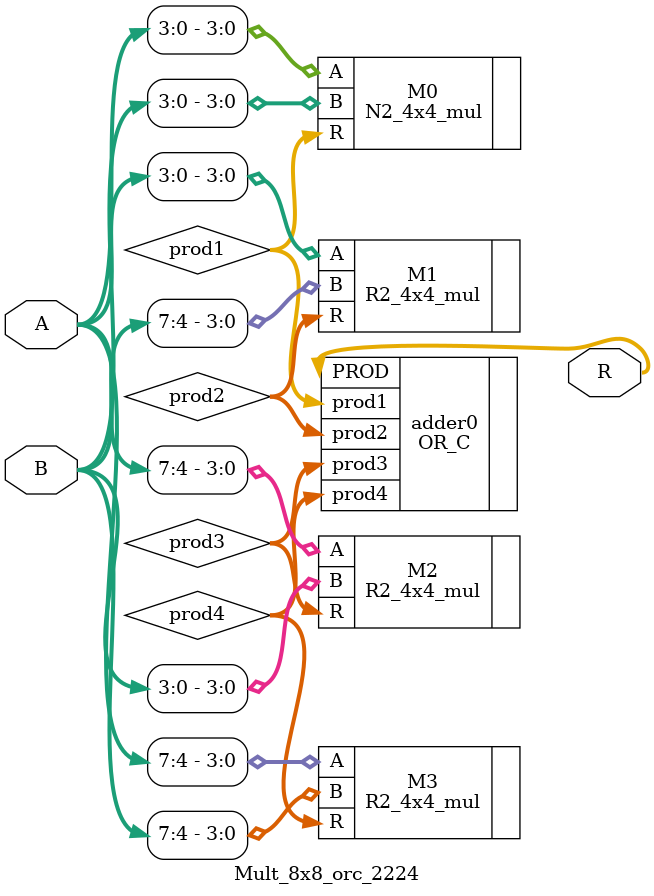
<source format=v>
module Mult_8x8_orc_2224(
input [7:0] A,
input [7:0] B,
output [15:0]R
);
wire [7:0]prod1;
wire [7:0]prod2;
wire [7:0]prod3;
wire [7:0]prod4;

N2_4x4_mul M0(.A(A[3:0]),.B(B[3:0]),.R(prod1));
R2_4x4_mul M1(.A(A[3:0]),.B(B[7:4]),.R(prod2));
R2_4x4_mul M2(.A(A[7:4]),.B(B[3:0]),.R(prod3));
R2_4x4_mul M3(.A(A[7:4]),.B(B[7:4]),.R(prod4));
OR_C adder0(.prod1(prod1),.prod2(prod2),.prod3(prod3),.prod4(prod4),.PROD(R));
endmodule

</source>
